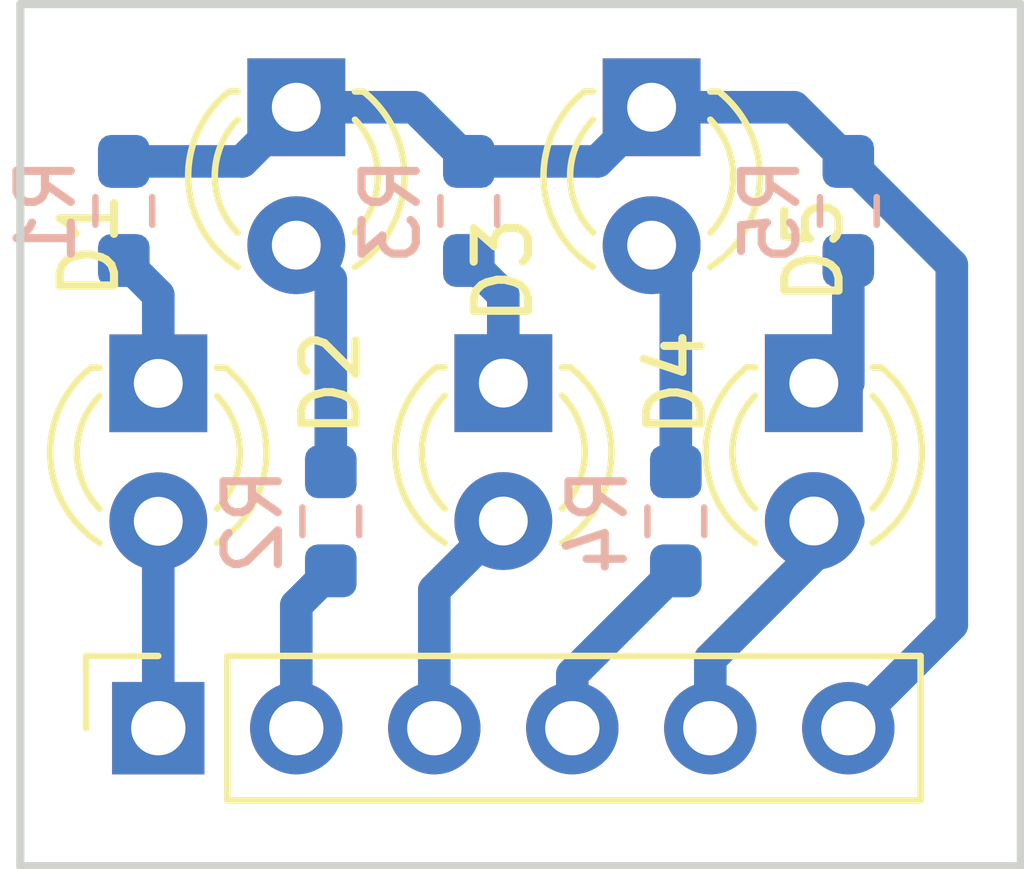
<source format=kicad_pcb>
(kicad_pcb (version 20211014) (generator pcbnew)
  (title_block (date "mar. 31 mars 2015"))
  (layers (0 "F.Cu" signal) (31 "B.Cu" signal) (34 "B.Paste" user) (35 "F.Paste" user) (36 "B.SilkS" user "B.Silkscreen") (37 "F.SilkS" user "F.Silkscreen") (38 "B.Mask" user) (39 "F.Mask" user) (44 "Edge.Cuts" user))
  (net 0 "")
  (net 1 "Net-(D1-Pad1)")
  (net 2 "Net-(J3-Pad1)")
  (net 3 "Net-(J3-Pad2)")
  (net 4 "Net-(D3-Pad1)")
  (net 5 "Net-(J3-Pad3)")
  (net 6 "Net-(J3-Pad4)")
  (net 7 "Net-(D5-Pad1)")
  (net 8 "Net-(J3-Pad5)")
  (net 9 "GND")
  (net 10 "Net-(D2-Pad2)")
  (net 11 "Net-(D4-Pad2)")
  (footprint "Connector_PinSocket_2.54mm:PinSocket_1x06_P2.54mm_Vertical" (layer "F.Cu") (at 150.8 97.46 90)
    (fp_text reference "J3" hide)
    (fp_text value "LEDs and GND" hide)
    (fp_line (start 1.33 1.27) (end 1.33 14.03) (layer "F.SilkS") (width 0.12))
    (fp_line (start 0 -1.33) (end 1.33 -1.33) (layer "F.SilkS") (width 0.12))
    (fp_line (start -1.33 1.27) (end 1.33 1.27) (layer "F.SilkS") (width 0.12))
    (fp_line (start -1.33 1.27) (end -1.33 14.03) (layer "F.SilkS") (width 0.12))
    (fp_line (start -1.33 14.03) (end 1.33 14.03) (layer "F.SilkS") (width 0.12))
    (fp_line (start 1.33 -1.33) (end 1.33 0) (layer "F.SilkS") (width 0.12))
    (pad "1" thru_hole rect locked (at 0 0 90) (size 1.7 1.7) (drill 1) (layers *.Cu *.Mask) (net 2 "Net-(J3-Pad1)"))
    (pad "2" thru_hole oval locked (at 0 2.54 90) (size 1.7 1.7) (drill 1) (layers *.Cu *.Mask) (net 3 "Net-(J3-Pad2)"))
    (pad "3" thru_hole oval locked (at 0 5.08 90) (size 1.7 1.7) (drill 1) (layers *.Cu *.Mask) (net 5 "Net-(J3-Pad3)"))
    (pad "4" thru_hole oval locked (at 0 7.62 90) (size 1.7 1.7) (drill 1) (layers *.Cu *.Mask) (net 6 "Net-(J3-Pad4)"))
    (pad "5" thru_hole oval locked (at 0 10.16 90) (size 1.7 1.7) (drill 1) (layers *.Cu *.Mask) (net 8 "Net-(J3-Pad5)"))
    (pad "6" thru_hole oval locked (at 0 12.7 90) (size 1.7 1.7) (drill 1) (layers *.Cu *.Mask) (net 9 "GND"))
  )
  (footprint "LED_THT:LED_D3.0mm" (layer "F.Cu") (at 157.15 91.105 -90)
    (fp_text reference "D3" (at -2.07 0 90) (layer "F.SilkS"))
    (fp_text value "LED" hide)
    (fp_line (start -0.29 1.08) (end -0.29 1.236) (layer "F.SilkS") (width 0.12))
    (fp_line (start -0.29 -1.236) (end -0.29 -1.08) (layer "F.SilkS") (width 0.12))
    (fp_arc (start -0.29 -1.235516) (mid 1.366487 -1.987659) (end 2.942335 -1.078608) (layer "F.SilkS") (width 0.12))
    (fp_arc (start 0.229039 -1.08) (mid 1.270117 -1.5) (end 2.31113 -1.079837) (layer "F.SilkS") (width 0.12))
    (fp_arc (start 2.31113 1.079837) (mid 1.270117 1.5) (end 0.229039 1.08) (layer "F.SilkS") (width 0.12))
    (fp_arc (start 2.942335 1.078608) (mid 1.366487 1.987659) (end -0.29 1.235516) (layer "F.SilkS") (width 0.12))
    (pad "1" thru_hole rect (at 0 0 270) (size 1.8 1.8) (drill 0.9) (layers *.Cu *.Mask) (net 4 "Net-(D3-Pad1)"))
    (pad "2" thru_hole circle (at 2.54 0 270) (size 1.8 1.8) (drill 0.9) (layers *.Cu *.Mask) (net 5 "Net-(J3-Pad3)"))
  )
  (footprint "LED_THT:LED_D3.0mm" (layer "F.Cu") (at 159.88 86.025 -90)
    (fp_text reference "D4" (at 5.085 -0.445 90) (layer "F.SilkS"))
    (fp_text value "LED" hide)
    (fp_line (start -0.29 -1.236) (end -0.29 -1.08) (layer "F.SilkS") (width 0.12))
    (fp_line (start -0.29 1.08) (end -0.29 1.236) (layer "F.SilkS") (width 0.12))
    (fp_arc (start -0.29 -1.235516) (mid 1.366487 -1.987659) (end 2.942335 -1.078608) (layer "F.SilkS") (width 0.12))
    (fp_arc (start 2.942335 1.078608) (mid 1.366487 1.987659) (end -0.29 1.235516) (layer "F.SilkS") (width 0.12))
    (fp_arc (start 0.229039 -1.08) (mid 1.270117 -1.5) (end 2.31113 -1.079837) (layer "F.SilkS") (width 0.12))
    (fp_arc (start 2.31113 1.079837) (mid 1.270117 1.5) (end 0.229039 1.08) (layer "F.SilkS") (width 0.12))
    (pad "1" thru_hole rect (at 0 0 270) (size 1.8 1.8) (drill 0.9) (layers *.Cu *.Mask) (net 9 "GND"))
    (pad "2" thru_hole circle (at 2.54 0 270) (size 1.8 1.8) (drill 0.9) (layers *.Cu *.Mask) (net 11 "Net-(D4-Pad2)"))
  )
  (footprint "LED_THT:LED_D3.0mm" (layer "F.Cu") (at 153.34 86.025 -90)
    (fp_text reference "D2" (at 5.08 -0.635 90) (layer "F.SilkS"))
    (fp_text value "LED" hide)
    (fp_line (start -0.29 -1.236) (end -0.29 -1.08) (layer "F.SilkS") (width 0.12))
    (fp_line (start -0.29 1.08) (end -0.29 1.236) (layer "F.SilkS") (width 0.12))
    (fp_arc (start 0.229039 -1.08) (mid 1.270117 -1.5) (end 2.31113 -1.079837) (layer "F.SilkS") (width 0.12))
    (fp_arc (start 2.31113 1.079837) (mid 1.270117 1.5) (end 0.229039 1.08) (layer "F.SilkS") (width 0.12))
    (fp_arc (start 2.942335 1.078608) (mid 1.366487 1.987659) (end -0.29 1.235516) (layer "F.SilkS") (width 0.12))
    (fp_arc (start -0.29 -1.235516) (mid 1.366487 -1.987659) (end 2.942335 -1.078608) (layer "F.SilkS") (width 0.12))
    (pad "1" thru_hole rect (at 0 0 270) (size 1.8 1.8) (drill 0.9) (layers *.Cu *.Mask) (net 9 "GND"))
    (pad "2" thru_hole circle (at 2.54 0 270) (size 1.8 1.8) (drill 0.9) (layers *.Cu *.Mask) (net 10 "Net-(D2-Pad2)"))
  )
  (footprint "LED_THT:LED_D3.0mm" (layer "F.Cu") (at 150.8 91.11 -90)
    (fp_text reference "D1" (at -2.54 1.27 90) (layer "F.SilkS"))
    (fp_text value "LED" hide)
    (fp_line (start -0.29 -1.236) (end -0.29 -1.08) (layer "F.SilkS") (width 0.12))
    (fp_line (start -0.29 1.08) (end -0.29 1.236) (layer "F.SilkS") (width 0.12))
    (fp_arc (start 2.31113 1.079837) (mid 1.270117 1.5) (end 0.229039 1.08) (layer "F.SilkS") (width 0.12))
    (fp_arc (start -0.29 -1.235516) (mid 1.366487 -1.987659) (end 2.942335 -1.078608) (layer "F.SilkS") (width 0.12))
    (fp_arc (start 2.942335 1.078608) (mid 1.366487 1.987659) (end -0.29 1.235516) (layer "F.SilkS") (width 0.12))
    (fp_arc (start 0.229039 -1.08) (mid 1.270117 -1.5) (end 2.31113 -1.079837) (layer "F.SilkS") (width 0.12))
    (pad "1" thru_hole rect (at 0 0 270) (size 1.8 1.8) (drill 0.9) (layers *.Cu *.Mask) (net 1 "Net-(D1-Pad1)"))
    (pad "2" thru_hole circle (at 2.54 0 270) (size 1.8 1.8) (drill 0.9) (layers *.Cu *.Mask) (net 2 "Net-(J3-Pad1)"))
  )
  (footprint "LED_THT:LED_D3.0mm" (layer "F.Cu") (at 162.865 91.105 -90)
    (fp_text reference "D5" (at -2.443513 0 90) (layer "F.SilkS"))
    (fp_text value "LED" hide)
    (fp_line (start -0.29 -1.236) (end -0.29 -1.08) (layer "F.SilkS") (width 0.12))
    (fp_line (start -0.29 1.08) (end -0.29 1.236) (layer "F.SilkS") (width 0.12))
    (fp_arc (start 2.942335 1.078608) (mid 1.366487 1.987659) (end -0.29 1.235516) (layer "F.SilkS") (width 0.12))
    (fp_arc (start -0.29 -1.235516) (mid 1.366487 -1.987659) (end 2.942335 -1.078608) (layer "F.SilkS") (width 0.12))
    (fp_arc (start 0.229039 -1.08) (mid 1.270117 -1.5) (end 2.31113 -1.079837) (layer "F.SilkS") (width 0.12))
    (fp_arc (start 2.31113 1.079837) (mid 1.270117 1.5) (end 0.229039 1.08) (layer "F.SilkS") (width 0.12))
    (pad "1" thru_hole rect (at 0 0 270) (size 1.8 1.8) (drill 0.9) (layers *.Cu *.Mask) (net 7 "Net-(D5-Pad1)"))
    (pad "2" thru_hole circle (at 2.54 0 270) (size 1.8 1.8) (drill 0.9) (layers *.Cu *.Mask) (net 8 "Net-(J3-Pad5)"))
  )
  (footprint "Resistor_SMD:R_0603_1608Metric_Pad0.98x0.95mm_HandSolder" (layer "B.Cu") (at 160.325 93.65 -90)
    (fp_text reference "R4" (at 0 1.43 90) (layer "B.SilkS") (effects (justify mirror)))
    (fp_text value "300" hide)
    (fp_line (start -0.254724 -0.5225) (end 0.254724 -0.5225) (layer "B.SilkS") (width 0.12))
    (fp_line (start -0.254724 0.5225) (end 0.254724 0.5225) (layer "B.SilkS") (width 0.12))
    (pad "1" smd roundrect (at -0.9125 0 270) (size 0.975 0.95) (layers "B.Cu" "B.Paste" "B.Mask") (net 11 "Net-(D4-Pad2)"))
    (pad "2" smd roundrect (at 0.9125 0 270) (size 0.975 0.95) (layers "B.Cu" "B.Paste" "B.Mask") (net 6 "Net-(J3-Pad4)"))
  )
  (footprint "Resistor_SMD:R_0603_1608Metric_Pad0.98x0.95mm_HandSolder" (layer "B.Cu") (at 163.5 87.935 -90)
    (fp_text reference "R5" (at 0 1.43 90) (layer "B.SilkS") (effects (justify mirror)))
    (fp_text value "300" hide)
    (fp_line (start -0.254724 0.5225) (end 0.254724 0.5225) (layer "B.SilkS") (width 0.12))
    (fp_line (start -0.254724 -0.5225) (end 0.254724 -0.5225) (layer "B.SilkS") (width 0.12))
    (pad "1" smd roundrect (at -0.9125 0 270) (size 0.975 0.95) (layers "B.Cu" "B.Paste" "B.Mask") (net 9 "GND"))
    (pad "2" smd roundrect (at 0.9125 0 270) (size 0.975 0.95) (layers "B.Cu" "B.Paste" "B.Mask") (net 7 "Net-(D5-Pad1)"))
  )
  (footprint "Resistor_SMD:R_0603_1608Metric_Pad0.98x0.95mm_HandSolder" (layer "B.Cu") (at 153.975 93.65 -90)
    (fp_text reference "R2" (at 0 1.43 90) (layer "B.SilkS") (effects (justify mirror)))
    (fp_text value "300" hide)
    (fp_line (start -0.254724 0.5225) (end 0.254724 0.5225) (layer "B.SilkS") (width 0.12))
    (fp_line (start -0.254724 -0.5225) (end 0.254724 -0.5225) (layer "B.SilkS") (width 0.12))
    (pad "1" smd roundrect (at -0.9125 0 270) (size 0.975 0.95) (layers "B.Cu" "B.Paste" "B.Mask") (net 10 "Net-(D2-Pad2)"))
    (pad "2" smd roundrect (at 0.9125 0 270) (size 0.975 0.95) (layers "B.Cu" "B.Paste" "B.Mask") (net 3 "Net-(J3-Pad2)"))
  )
  (footprint "Resistor_SMD:R_0603_1608Metric_Pad0.98x0.95mm_HandSolder" (layer "B.Cu") (at 156.515 87.935 -90)
    (fp_text reference "R3" (at 0 1.43 90) (layer "B.SilkS") (effects (justify mirror)))
    (fp_text value "300" hide)
    (fp_line (start -0.254724 0.5225) (end 0.254724 0.5225) (layer "B.SilkS") (width 0.12))
    (fp_line (start -0.254724 -0.5225) (end 0.254724 -0.5225) (layer "B.SilkS") (width 0.12))
    (pad "1" smd roundrect (at -0.9125 0 270) (size 0.975 0.95) (layers "B.Cu" "B.Paste" "B.Mask") (net 9 "GND"))
    (pad "2" smd roundrect (at 0.9125 0 270) (size 0.975 0.95) (layers "B.Cu" "B.Paste" "B.Mask") (net 4 "Net-(D3-Pad1)"))
  )
  (footprint "Resistor_SMD:R_0603_1608Metric_Pad0.98x0.95mm_HandSolder" (layer "B.Cu") (at 150.165 87.935 -90)
    (fp_text reference "R1" (at 0 1.43 90) (layer "B.SilkS") (effects (justify mirror)))
    (fp_text value "300" hide)
    (fp_line (start -0.254724 0.5225) (end 0.254724 0.5225) (layer "B.SilkS") (width 0.12))
    (fp_line (start -0.254724 -0.5225) (end 0.254724 -0.5225) (layer "B.SilkS") (width 0.12))
    (pad "1" smd roundrect (at -0.9125 0 270) (size 0.975 0.95) (layers "B.Cu" "B.Paste" "B.Mask") (net 9 "GND"))
    (pad "2" smd roundrect (at 0.9125 0 270) (size 0.975 0.95) (layers "B.Cu" "B.Paste" "B.Mask") (net 1 "Net-(D1-Pad1)"))
  )
  (gr_line (start 148.26 100) (end 148.26 84.125) (layer "Edge.Cuts") (width 0.15))
  (gr_line (start 166.675 84.125) (end 166.675 100) (layer "Edge.Cuts") (width 0.15))
  (gr_line (start 166.675 100) (end 148.26 100) (layer "Edge.Cuts") (width 0.15))
  (gr_line (start 148.26 84.125) (end 166.675 84.125) (layer "Edge.Cuts") (width 0.15))
  (segment (start 150.8 89.4825) (end 150.165 88.8475) (width 0.6) (layer "B.Cu") (net 1))
  (segment (start 150.8 91.11) (end 150.8 89.4825) (width 0.6) (layer "B.Cu") (net 1))
  (segment (start 150.8 97.46) (end 150.8 93.65) (width 0.6) (layer "B.Cu") (net 2))
  (segment (start 153.34 97.46) (end 153.34 95.1975) (width 0.6) (layer "B.Cu") (net 3))
  (segment (start 153.34 95.1975) (end 153.975 94.5625) (width 0.6) (layer "B.Cu") (net 3))
  (segment (start 157.15 89.4825) (end 156.515 88.8475) (width 0.6) (layer "B.Cu") (net 4))
  (segment (start 157.15 91.105) (end 157.15 89.4825) (width 0.6) (layer "B.Cu") (net 4))
  (segment (start 155.88 97.46) (end 155.88 94.915) (width 0.6) (layer "B.Cu") (net 5))
  (segment (start 155.88 94.915) (end 157.15 93.645) (width 0.6) (layer "B.Cu") (net 5))
  (segment (start 158.42 97.46) (end 158.42 96.4675) (width 0.6) (layer "B.Cu") (net 6))
  (segment (start 158.42 96.4675) (end 160.325 94.5625) (width 0.6) (layer "B.Cu") (net 6))
  (segment (start 163.5 91.105) (end 163.5 88.8475) (width 0.6) (layer "B.Cu") (net 7))
  (segment (start 160.96 97.46) (end 160.96 96.185) (width 0.6) (layer "B.Cu") (net 8))
  (segment (start 160.96 96.185) (end 163.5 93.645) (width 0.6) (layer "B.Cu") (net 8))
  (segment (start 158.8825 87.0225) (end 159.88 86.025) (width 0.6) (layer "B.Cu") (net 9))
  (segment (start 152.3425 87.0225) (end 153.34 86.025) (width 0.6) (layer "B.Cu") (net 9))
  (segment (start 153.34 86.025) (end 155.5175 86.025) (width 0.6) (layer "B.Cu") (net 9))
  (segment (start 165.405 88.9275) (end 165.405 95.555) (width 0.6) (layer "B.Cu") (net 9))
  (segment (start 163.5 87.0225) (end 165.405 88.9275) (width 0.6) (layer "B.Cu") (net 9))
  (segment (start 150.165 87.0225) (end 152.3425 87.0225) (width 0.6) (layer "B.Cu") (net 9))
  (segment (start 159.88 86.025) (end 162.5025 86.025) (width 0.6) (layer "B.Cu") (net 9))
  (segment (start 155.5175 86.025) (end 156.515 87.0225) (width 0.6) (layer "B.Cu") (net 9))
  (segment (start 165.405 95.555) (end 163.5 97.46) (width 0.6) (layer "B.Cu") (net 9))
  (segment (start 156.515 87.0225) (end 158.8825 87.0225) (width 0.6) (layer "B.Cu") (net 9))
  (segment (start 162.5025 86.025) (end 163.5 87.0225) (width 0.6) (layer "B.Cu") (net 9))
  (segment (start 153.975 89.2) (end 153.34 88.565) (width 0.6) (layer "B.Cu") (net 10))
  (segment (start 153.975 92.7375) (end 153.975 89.2) (width 0.6) (layer "B.Cu") (net 10))
  (segment (start 160.325 92.7375) (end 160.325 89.01) (width 0.6) (layer "B.Cu") (net 11))
  (segment (start 160.325 89.01) (end 159.88 88.565) (width 0.6) (layer "B.Cu") (net 11))
)
</source>
